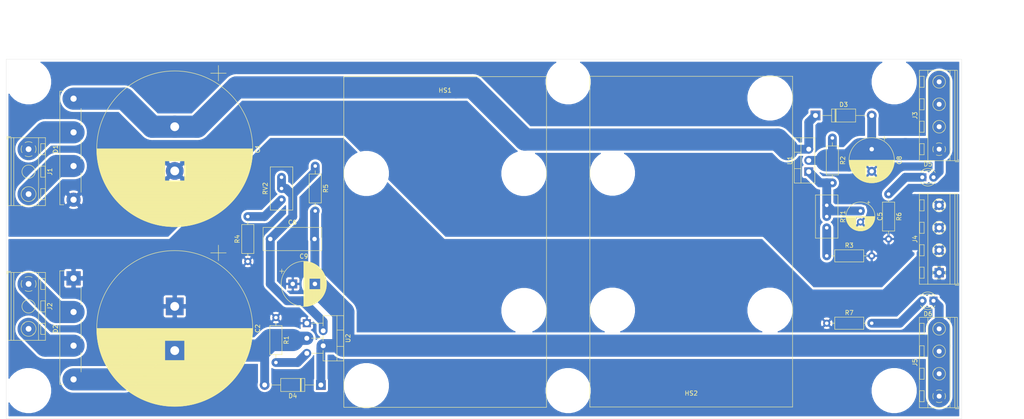
<source format=kicad_pcb>
(kicad_pcb (version 20171130) (host pcbnew "(5.1.5-0-10_14)")
  (layers (0 F.Cu signal) (31 B.Cu signal) (34 B.Paste user) (35 F.Paste user) (36 B.SilkS user) (37 F.SilkS user) (38 B.Mask user) (39 F.Mask user) (44 Edge.Cuts user))
  (net 0 "")
  (net 1 "Net-(C5-Pad1)")
  (net 2 -12V)
  (net 3 "Net-(C6-Pad1)")
  (net 4 +12V)
  (net 5 "Net-(D6-Pad2)")
  (net 6 "Net-(R1-Pad2)")
  (net 7 "Net-(R3-Pad1)")
  (net 8 "Net-(R4-Pad2)")
  (net 9 +GND)
  (net 10 -GND)
  (net 11 "Net-(D5-Pad1)")
  (net 12 AC1)
  (net 13 AC2)
  (net 14 AC3)
  (net 15 AC4)
  (net 16 VCC)
  (net 17 VEE)
  (module ER_PSU:Heatsink_Fischer_SK068_L75mm (layer F.Cu) (at 214.63 135.89 180)
    (fp_text reference HS2 (at 23 3.2) (layer F.SilkS))
    (fp_text value Heatsink)
    (pad "" np_thru_hole circle (at 40.8 53 180) (size 3.2 3.2) (drill 3.2) (layers *.Cu *.Mask) (clearance 3.5))
    (pad "" np_thru_hole circle (at 40.8 22 180) (size 3.2 3.2) (drill 3.2) (layers *.Cu *.Mask) (clearance 3.5))
    (pad "" np_thru_hole circle (at 5.2 70 180) (size 3.2 3.2) (drill 3.2) (layers *.Cu *.Mask) (clearance 3.5))
    (pad "" np_thru_hole circle (at 5.2 22 180) (size 3.2 3.2) (drill 3.2) (layers *.Cu *.Mask) (clearance 3.5))
  )
  (module ER_PSU:Heatsink_Fischer_SK068_L75mm (layer F.Cu) (at 113.03 60.96)
    (fp_text reference HS1 (at 23 3.2) (layer F.SilkS))
    (fp_text value Heatsink)
    (pad "" np_thru_hole circle (at 40.8 53) (size 3.2 3.2) (drill 3.2) (layers *.Cu *.Mask) (clearance 3.5))
    (pad "" np_thru_hole circle (at 40.8 22) (size 3.2 3.2) (drill 3.2) (layers *.Cu *.Mask) (clearance 3.5))
    (pad "" np_thru_hole circle (at 5.2 70) (size 3.2 3.2) (drill 3.2) (layers *.Cu *.Mask) (clearance 3.5))
    (pad "" np_thru_hole circle (at 5.2 22) (size 3.2 3.2) (drill 3.2) (layers *.Cu *.Mask) (clearance 3.5))
  )
  (module ER_PSU:MountingHole_3.2mm_M3 (layer F.Cu) (at 237.49 132.08)
    (fp_text reference H7 hide)
    (fp_text value MountingHole)
    (pad "" np_thru_hole circle (at 0 0) (size 3.2 3.2) (drill 3.2) (layers *.Cu *.Mask) (clearance 3.5))
  )
  (module ER_PSU:MountingHole_3.2mm_M3 (layer F.Cu) (at 237.49 62.23)
    (fp_text reference H6 hide)
    (fp_text value MountingHole)
    (pad "" np_thru_hole circle (at 0 0) (size 3.2 3.2) (drill 3.2) (layers *.Cu *.Mask) (clearance 3.5))
  )
  (module ER_PSU:MountingHole_3.2mm_M3 (layer F.Cu) (at 163.83 132.08)
    (fp_text reference H5 hide)
    (fp_text value MountingHole)
    (pad "" np_thru_hole circle (at 0 0) (size 3.2 3.2) (drill 3.2) (layers *.Cu *.Mask) (clearance 3.5))
  )
  (module ER_PSU:MountingHole_3.2mm_M3 (layer F.Cu) (at 163.83 62.23)
    (fp_text reference H4 hide)
    (fp_text value MountingHole)
    (pad "" np_thru_hole circle (at 0 0) (size 3.2 3.2) (drill 3.2) (layers *.Cu *.Mask) (clearance 3.5))
  )
  (module ER_PSU:MountingHole_3.2mm_M3 (layer F.Cu) (at 41.91 132.08)
    (fp_text reference H2 hide)
    (fp_text value MountingHole)
    (pad "" np_thru_hole circle (at 0 0) (size 3.2 3.2) (drill 3.2) (layers *.Cu *.Mask) (clearance 3.5))
  )
  (module ER_PSU:MountingHole_3.2mm_M3 (layer F.Cu) (at 41.91 62.23)
    (fp_text reference H1 hide)
    (fp_text value MountingHole)
    (pad "" np_thru_hole circle (at 0 0) (size 3.2 3.2) (drill 3.2) (layers *.Cu *.Mask) (clearance 3.5))
  )
  (module ER_PSU:NetTie-2_SMD_Pad12.7mm (layer B.Cu) (at 242.17 93.98)
    (fp_text reference NT1 hide)
    (fp_text value Net-Tie_2 hide)
    (pad 2 smd rect (at 0.4 0) (size 1 12.7) (layers B.Cu) (net 10 -GND))
    (pad 1 smd rect (at -0.4 0) (size 1 12.7) (layers B.Cu) (net 9 +GND))
  )
  (module Capacitor_THT:C_Rect_L13.0mm_W5.0mm_P10.00mm_FKS3_FKP3_MKS4 (layer F.Cu) (at 96.52 97.79)
    (fp_text reference C6 (at 5 -3.75) (layer F.SilkS))
    (fp_text value 47n)
    (pad 2 thru_hole circle (at 10 0) (size 2 2) (drill 1) (layers *.Cu *.Mask) (net 2 -12V))
    (pad 1 thru_hole circle (at 0 0) (size 2 2) (drill 1) (layers *.Cu *.Mask) (net 3 "Net-(C6-Pad1)"))
  )
  (module Capacitor_THT:CP_Radial_D6.3mm_P2.50mm (layer F.Cu) (at 229.87 91.44 270)
    (fp_text reference C5 (at 1.25 -4.4 90) (layer F.SilkS))
    (fp_text value 10u)
    (pad 2 thru_hole circle (at 2.5 0 270) (size 1.6 1.6) (drill 0.8) (layers *.Cu *.Mask) (net 9 +GND))
    (pad 1 thru_hole rect (at 0 0 270) (size 1.6 1.6) (drill 0.8) (layers *.Cu *.Mask) (net 1 "Net-(C5-Pad1)"))
  )
  (module Package_TO_SOT_THT:TO-220-5_P3.4x3.7mm_StaggerOdd_Lead3.8mm_Vertical (layer F.Cu) (at 104.775 116.84 270)
    (fp_text reference U2 (at 3.4 -9.32 90) (layer F.SilkS))
    (fp_text value LT1185)
    (pad 5 thru_hole oval (at 6.8 0 270) (size 1.8 1.8) (drill 1.1) (layers *.Cu *.Mask) (net 6 "Net-(R1-Pad2)"))
    (pad 4 thru_hole oval (at 5.1 -3.7 270) (size 1.8 1.8) (drill 1.1) (layers *.Cu *.Mask) (net 2 -12V))
    (pad 3 thru_hole oval (at 3.4 0 270) (size 1.8 1.8) (drill 1.1) (layers *.Cu *.Mask) (net 17 VEE))
    (pad 2 thru_hole oval (at 1.7 -3.7 270) (size 1.8 1.8) (drill 1.1) (layers *.Cu *.Mask) (net 3 "Net-(C6-Pad1)"))
    (pad 1 thru_hole rect (at 0 0 270) (size 1.8 1.8) (drill 1.1) (layers *.Cu *.Mask) (net 10 -GND))
  )
  (module Package_TO_SOT_THT:TO-220-3_Vertical (layer F.Cu) (at 218.186 82.55 90)
    (fp_text reference U1 (at 2.54 -4.27 90) (layer F.SilkS))
    (fp_text value LT1085-ADJ)
    (pad 3 thru_hole oval (at 5.08 0 90) (size 1.905 2) (drill 1.1) (layers *.Cu *.Mask) (net 16 VCC))
    (pad 2 thru_hole oval (at 2.54 0 90) (size 1.905 2) (drill 1.1) (layers *.Cu *.Mask) (net 4 +12V))
    (pad 1 thru_hole rect (at 0 0 90) (size 1.905 2) (drill 1.1) (layers *.Cu *.Mask) (net 1 "Net-(C5-Pad1)"))
  )
  (module Potentiometer_THT:Potentiometer_Bourns_3296W_Vertical (layer F.Cu) (at 99.06 83.82 90)
    (fp_text reference RV2 (at -2.54 -3.66 90) (layer F.SilkS))
    (fp_text value 1k)
    (pad 3 thru_hole circle (at -5.08 0 90) (size 1.44 1.44) (drill 0.8) (layers *.Cu *.Mask) (net 8 "Net-(R4-Pad2)"))
    (pad 2 thru_hole circle (at -2.54 0 90) (size 1.44 1.44) (drill 0.8) (layers *.Cu *.Mask) (net 3 "Net-(C6-Pad1)"))
    (pad 1 thru_hole circle (at 0 0 90) (size 1.44 1.44) (drill 0.8) (layers *.Cu *.Mask) (net 3 "Net-(C6-Pad1)"))
  )
  (module Potentiometer_THT:Potentiometer_Bourns_3296W_Vertical (layer F.Cu) (at 222.25 95.25 270)
    (fp_text reference RV1 (at -2.54 -3.66 90) (layer F.SilkS))
    (fp_text value 1k)
    (pad 3 thru_hole circle (at -5.08 0 270) (size 1.44 1.44) (drill 0.8) (layers *.Cu *.Mask) (net 1 "Net-(C5-Pad1)"))
    (pad 2 thru_hole circle (at -2.54 0 270) (size 1.44 1.44) (drill 0.8) (layers *.Cu *.Mask) (net 1 "Net-(C5-Pad1)"))
    (pad 1 thru_hole circle (at 0 0 270) (size 1.44 1.44) (drill 0.8) (layers *.Cu *.Mask) (net 7 "Net-(R3-Pad1)"))
  )
  (module Resistor_THT:R_Axial_DIN0207_L6.3mm_D2.5mm_P10.16mm_Horizontal (layer F.Cu) (at 222.25 116.84)
    (fp_text reference R7 (at 5.08 -2.37) (layer F.SilkS))
    (fp_text value 2k)
    (pad 2 thru_hole oval (at 10.16 0) (size 1.6 1.6) (drill 0.8) (layers *.Cu *.Mask) (net 5 "Net-(D6-Pad2)"))
    (pad 1 thru_hole circle (at 0 0) (size 1.6 1.6) (drill 0.8) (layers *.Cu *.Mask) (net 10 -GND))
  )
  (module Resistor_THT:R_Axial_DIN0207_L6.3mm_D2.5mm_P10.16mm_Horizontal (layer F.Cu) (at 236.22 87.63 270)
    (fp_text reference R6 (at 5.08 -2.37 90) (layer F.SilkS))
    (fp_text value 2k)
    (pad 2 thru_hole oval (at 10.16 0 270) (size 1.6 1.6) (drill 0.8) (layers *.Cu *.Mask) (net 9 +GND))
    (pad 1 thru_hole circle (at 0 0 270) (size 1.6 1.6) (drill 0.8) (layers *.Cu *.Mask) (net 11 "Net-(D5-Pad1)"))
  )
  (module Resistor_THT:R_Axial_DIN0207_L6.3mm_D2.5mm_P10.16mm_Horizontal (layer F.Cu) (at 106.68 81.28 270)
    (fp_text reference R5 (at 5.08 -2.37 90) (layer F.SilkS))
    (fp_text value 10k)
    (pad 2 thru_hole oval (at 10.16 0 270) (size 1.6 1.6) (drill 0.8) (layers *.Cu *.Mask) (net 2 -12V))
    (pad 1 thru_hole circle (at 0 0 270) (size 1.6 1.6) (drill 0.8) (layers *.Cu *.Mask) (net 3 "Net-(C6-Pad1)"))
  )
  (module Resistor_THT:R_Axial_DIN0207_L6.3mm_D2.5mm_P10.16mm_Horizontal (layer F.Cu) (at 91.44 102.87 90)
    (fp_text reference R4 (at 5.08 -2.37 90) (layer F.SilkS))
    (fp_text value 1.8k)
    (pad 2 thru_hole oval (at 10.16 0 90) (size 1.6 1.6) (drill 0.8) (layers *.Cu *.Mask) (net 8 "Net-(R4-Pad2)"))
    (pad 1 thru_hole circle (at 0 0 90) (size 1.6 1.6) (drill 0.8) (layers *.Cu *.Mask) (net 10 -GND))
  )
  (module Resistor_THT:R_Axial_DIN0207_L6.3mm_D2.5mm_P10.16mm_Horizontal (layer F.Cu) (at 222.25 101.6)
    (fp_text reference R3 (at 5.08 -2.37) (layer F.SilkS))
    (fp_text value 1.8k)
    (pad 2 thru_hole oval (at 10.16 0) (size 1.6 1.6) (drill 0.8) (layers *.Cu *.Mask) (net 9 +GND))
    (pad 1 thru_hole circle (at 0 0) (size 1.6 1.6) (drill 0.8) (layers *.Cu *.Mask) (net 7 "Net-(R3-Pad1)"))
  )
  (module Resistor_THT:R_Axial_DIN0207_L6.3mm_D2.5mm_P10.16mm_Horizontal (layer F.Cu) (at 223.52 74.93 270)
    (fp_text reference R2 (at 5.08 -2.37 90) (layer F.SilkS))
    (fp_text value 240)
    (pad 2 thru_hole oval (at 10.16 0 270) (size 1.6 1.6) (drill 0.8) (layers *.Cu *.Mask) (net 1 "Net-(C5-Pad1)"))
    (pad 1 thru_hole circle (at 0 0 270) (size 1.6 1.6) (drill 0.8) (layers *.Cu *.Mask) (net 4 +12V))
  )
  (module Resistor_THT:R_Axial_DIN0207_L6.3mm_D2.5mm_P10.16mm_Horizontal (layer F.Cu) (at 97.79 115.57 270)
    (fp_text reference R1 (at 5.08 -2.37 90) (layer F.SilkS))
    (fp_text value 4.3k)
    (pad 2 thru_hole oval (at 10.16 0 270) (size 1.6 1.6) (drill 0.8) (layers *.Cu *.Mask) (net 6 "Net-(R1-Pad2)"))
    (pad 1 thru_hole circle (at 0 0 270) (size 1.6 1.6) (drill 0.8) (layers *.Cu *.Mask) (net 10 -GND))
  )
  (module TerminalBlock_RND:TerminalBlock_RND_205-00234_1x04_P5.08mm_Horizontal (layer F.Cu) (at 247.65 133.35 90)
    (fp_text reference J5 (at 7.62 -5.46 90) (layer F.SilkS))
    (fp_text value Screw_Terminal_01x04)
    (pad 4 thru_hole circle (at 15.24 0 90) (size 2.1 2.1) (drill 1.1) (layers *.Cu *.Mask) (net 2 -12V))
    (pad 3 thru_hole circle (at 10.16 0 90) (size 2.1 2.1) (drill 1.1) (layers *.Cu *.Mask) (net 2 -12V))
    (pad 2 thru_hole circle (at 5.08 0 90) (size 2.1 2.1) (drill 1.1) (layers *.Cu *.Mask) (net 2 -12V))
    (pad 1 thru_hole rect (at 0 0 90) (size 2.1 2.1) (drill 1.1) (layers *.Cu *.Mask) (net 2 -12V))
  )
  (module TerminalBlock_RND:TerminalBlock_RND_205-00234_1x04_P5.08mm_Horizontal (layer F.Cu) (at 247.65 105.41 90)
    (fp_text reference J4 (at 7.62 -5.46 90) (layer F.SilkS))
    (fp_text value Screw_Terminal_01x04)
    (pad 4 thru_hole circle (at 15.24 0 90) (size 2.1 2.1) (drill 1.1) (layers *.Cu *.Mask) (net 10 -GND))
    (pad 3 thru_hole circle (at 10.16 0 90) (size 2.1 2.1) (drill 1.1) (layers *.Cu *.Mask) (net 10 -GND))
    (pad 2 thru_hole circle (at 5.08 0 90) (size 2.1 2.1) (drill 1.1) (layers *.Cu *.Mask) (net 10 -GND))
    (pad 1 thru_hole rect (at 0 0 90) (size 2.1 2.1) (drill 1.1) (layers *.Cu *.Mask) (net 10 -GND))
  )
  (module TerminalBlock_RND:TerminalBlock_RND_205-00234_1x04_P5.08mm_Horizontal (layer F.Cu) (at 247.65 77.47 90)
    (fp_text reference J3 (at 7.62 -5.46 90) (layer F.SilkS))
    (fp_text value Screw_Terminal_01x04)
    (pad 4 thru_hole circle (at 15.24 0 90) (size 2.1 2.1) (drill 1.1) (layers *.Cu *.Mask) (net 4 +12V))
    (pad 3 thru_hole circle (at 10.16 0 90) (size 2.1 2.1) (drill 1.1) (layers *.Cu *.Mask) (net 4 +12V))
    (pad 2 thru_hole circle (at 5.08 0 90) (size 2.1 2.1) (drill 1.1) (layers *.Cu *.Mask) (net 4 +12V))
    (pad 1 thru_hole rect (at 0 0 90) (size 2.1 2.1) (drill 1.1) (layers *.Cu *.Mask) (net 4 +12V))
  )
  (module TerminalBlock_RND:TerminalBlock_RND_205-00241_1x02_P10.16mm_Horizontal (layer F.Cu) (at 41.91 107.95 270)
    (fp_text reference J2 (at 5.08 -4.81 90) (layer F.SilkS))
    (fp_text value Screw_Terminal_01x02)
    (pad 2 thru_hole circle (at 10.16 0 270) (size 2.5 2.5) (drill 1.3) (layers *.Cu *.Mask) (net 15 AC4))
    (pad 1 thru_hole rect (at 0 0 270) (size 2.5 2.5) (drill 1.3) (layers *.Cu *.Mask) (net 14 AC3))
  )
  (module TerminalBlock_RND:TerminalBlock_RND_205-00241_1x02_P10.16mm_Horizontal (layer F.Cu) (at 41.91 77.47 270)
    (fp_text reference J1 (at 5.08 -4.81 90) (layer F.SilkS))
    (fp_text value Screw_Terminal_01x02)
    (pad 2 thru_hole circle (at 10.16 0 270) (size 2.5 2.5) (drill 1.3) (layers *.Cu *.Mask) (net 13 AC2))
    (pad 1 thru_hole rect (at 0 0 270) (size 2.5 2.5) (drill 1.3) (layers *.Cu *.Mask) (net 12 AC1))
  )
  (module LED_THT:LED_D3.0mm (layer F.Cu) (at 246.38 111.76 180)
    (fp_text reference D6 (at 1.27 -2.96) (layer F.SilkS))
    (fp_text value LED)
    (pad 2 thru_hole circle (at 2.54 0 180) (size 1.8 1.8) (drill 0.9) (layers *.Cu *.Mask) (net 5 "Net-(D6-Pad2)"))
    (pad 1 thru_hole rect (at 0 0 180) (size 1.8 1.8) (drill 0.9) (layers *.Cu *.Mask) (net 2 -12V))
  )
  (module LED_THT:LED_D3.0mm (layer F.Cu) (at 243.84 83.82)
    (fp_text reference D5 (at 1.27 -2.96) (layer F.SilkS))
    (fp_text value LED)
    (pad 2 thru_hole circle (at 2.54 0) (size 1.8 1.8) (drill 0.9) (layers *.Cu *.Mask) (net 4 +12V))
    (pad 1 thru_hole rect (at 0 0) (size 1.8 1.8) (drill 0.9) (layers *.Cu *.Mask) (net 11 "Net-(D5-Pad1)"))
  )
  (module Diode_THT:D_DO-41_SOD81_P12.70mm_Horizontal (layer F.Cu) (at 107.95 130.81 180)
    (fp_text reference D4 (at 6.35 -2.47) (layer F.SilkS))
    (fp_text value 1N4007)
    (pad 2 thru_hole oval (at 12.7 0 180) (size 2.2 2.2) (drill 1.1) (layers *.Cu *.Mask) (net 17 VEE))
    (pad 1 thru_hole rect (at 0 0 180) (size 2.2 2.2) (drill 1.1) (layers *.Cu *.Mask) (net 2 -12V))
  )
  (module Diode_THT:D_DO-41_SOD81_P12.70mm_Horizontal (layer F.Cu) (at 219.71 69.85)
    (fp_text reference D3 (at 6.35 -2.47) (layer F.SilkS))
    (fp_text value 1N4007)
    (pad 2 thru_hole oval (at 12.7 0) (size 2.2 2.2) (drill 1.1) (layers *.Cu *.Mask) (net 4 +12V))
    (pad 1 thru_hole rect (at 0 0) (size 2.2 2.2) (drill 1.1) (layers *.Cu *.Mask) (net 16 VCC))
  )
  (module ER_PSU:Diode_Bridge_25.0x4.6x15mm_P7.62mm (layer F.Cu) (at 52.07 106.68 270)
    (fp_text reference D2 (at 11.43 4.064 270) (layer F.SilkS))
    (fp_text value GBJ8J)
    (pad 1 thru_hole rect (at 0 0 270) (size 3.2 3.2) (drill 1.4) (layers *.Cu *.Mask) (net 10 -GND))
    (pad 2 thru_hole circle (at 7.62 0 270) (size 3.2 3.2) (drill 1.4) (layers *.Cu *.Mask) (net 14 AC3))
    (pad 3 thru_hole circle (at 15.24 0 270) (size 3.2 3.2) (drill 1.4) (layers *.Cu *.Mask) (net 15 AC4))
    (pad 4 thru_hole circle (at 22.86 0 270) (size 3.2 3.2) (drill 1.4) (layers *.Cu *.Mask) (net 17 VEE))
  )
  (module ER_PSU:Diode_Bridge_25.0x4.6x15mm_P7.62mm (layer F.Cu) (at 52.07 66.04 270)
    (fp_text reference D1 (at 11.43 4.064 270) (layer F.SilkS))
    (fp_text value GBJ8J)
    (pad 1 thru_hole rect (at 0 0 270) (size 3.2 3.2) (drill 1.4) (layers *.Cu *.Mask) (net 16 VCC))
    (pad 2 thru_hole circle (at 7.62 0 270) (size 3.2 3.2) (drill 1.4) (layers *.Cu *.Mask) (net 12 AC1))
    (pad 3 thru_hole circle (at 15.24 0 270) (size 3.2 3.2) (drill 1.4) (layers *.Cu *.Mask) (net 13 AC2))
    (pad 4 thru_hole circle (at 22.86 0 270) (size 3.2 3.2) (drill 1.4) (layers *.Cu *.Mask) (net 9 +GND))
  )
  (module Capacitor_THT:CP_Radial_D10.0mm_P5.00mm (layer F.Cu) (at 101.6 107.95)
    (fp_text reference C9 (at 2.5 -6.25) (layer F.SilkS))
    (fp_text value 150u)
    (pad 2 thru_hole circle (at 5 0) (size 2 2) (drill 1) (layers *.Cu *.Mask) (net 2 -12V))
    (pad 1 thru_hole rect (at 0 0) (size 2 2) (drill 1) (layers *.Cu *.Mask) (net 10 -GND))
  )
  (module Capacitor_THT:CP_Radial_D10.0mm_P5.00mm (layer F.Cu) (at 232.41 77.47 270)
    (fp_text reference C8 (at 2.5 -6.25 90) (layer F.SilkS))
    (fp_text value 150u)
    (pad 2 thru_hole circle (at 5 0 270) (size 2 2) (drill 1) (layers *.Cu *.Mask) (net 9 +GND))
    (pad 1 thru_hole rect (at 0 0 270) (size 2 2) (drill 1) (layers *.Cu *.Mask) (net 4 +12V))
  )
  (module Capacitor_THT:CP_Radial_D35.0mm_P10.00mm_SnapIn (layer F.Cu) (at 74.93 113.03 270)
    (fp_text reference C2 (at 5 -18.75 90) (layer F.SilkS))
    (fp_text value 22000u)
    (pad 2 thru_hole circle (at 10 0 270) (size 4 4) (drill 2) (layers *.Cu *.Mask) (net 17 VEE))
    (pad 1 thru_hole rect (at 0 0 270) (size 4 4) (drill 2) (layers *.Cu *.Mask) (net 10 -GND))
  )
  (module Capacitor_THT:CP_Radial_D35.0mm_P10.00mm_SnapIn (layer F.Cu) (at 74.93 72.39 270)
    (fp_text reference C1 (at 5 -18.75 90) (layer F.SilkS))
    (fp_text value 22000u)
    (pad 2 thru_hole circle (at 10 0 270) (size 4 4) (drill 2) (layers *.Cu *.Mask) (net 9 +GND))
    (pad 1 thru_hole rect (at 0 0 270) (size 4 4) (drill 2) (layers *.Cu *.Mask) (net 16 VCC))
  )
  (gr_line (start 36.83 138.43) (end 36.83 57.15) (layer Edge.Cuts) (width 0.05))
  (gr_line (start 252.73 138.43) (end 36.83 138.43) (layer Edge.Cuts) (width 0.05))
  (gr_line (start 252.73 57.15) (end 252.73 138.43) (layer Edge.Cuts) (width 0.05))
  (gr_line (start 36.83 57.15) (end 252.73 57.15) (layer Edge.Cuts) (width 0.05))
  (segment (start 218.186 82.55) (end 220.726 85.09) (width 2) (layer B.Cu) (net 1))
  (segment (start 222.25 92.71) (end 222.25 85.09) (width 2) (layer B.Cu) (net 1))
  (segment (start 222.25 85.09) (end 223.52 85.09) (width 2) (layer B.Cu) (net 1))
  (segment (start 220.726 85.09) (end 222.25 85.09) (width 2) (layer B.Cu) (net 1))
  (segment (start 223.52 91.44) (end 222.25 90.17) (width 2) (layer B.Cu) (net 1))
  (segment (start 229.87 91.44) (end 223.52 91.44) (width 2) (layer B.Cu) (net 1))
  (segment (start 247.65 133.35) (end 247.65 118.11) (width 5) (layer B.Cu) (net 2))
  (segment (start 106.6 97.87) (end 106.52 97.79) (width 2) (layer B.Cu) (net 2))
  (segment (start 106.6 107.95) (end 106.6 97.87) (width 2) (layer B.Cu) (net 2))
  (segment (start 106.52 91.6) (end 106.68 91.44) (width 2) (layer B.Cu) (net 2))
  (segment (start 106.52 97.79) (end 106.52 91.6) (width 2) (layer B.Cu) (net 2))
  (segment (start 107.95 122.465) (end 108.475 121.94) (width 2) (layer B.Cu) (net 2))
  (segment (start 107.95 130.81) (end 107.95 122.465) (width 2) (layer B.Cu) (net 2))
  (segment (start 247.65 113.03) (end 246.38 111.76) (width 2) (layer B.Cu) (net 2))
  (segment (start 247.65 118.11) (end 247.65 113.03) (width 2) (layer B.Cu) (net 2))
  (segment (start 106.6 107.95) (end 113.03 114.38) (width 5) (layer B.Cu) (net 2))
  (segment (start 113.03 121.92) (end 247.65 121.92) (width 5) (layer B.Cu) (net 2))
  (segment (start 113.03 114.38) (end 113.03 121.92) (width 5) (layer B.Cu) (net 2))
  (segment (start 113.01 121.94) (end 113.03 121.92) (width 3) (layer B.Cu) (net 2))
  (segment (start 108.475 121.94) (end 113.01 121.94) (width 3) (layer B.Cu) (net 2))
  (segment (start 99.06 86.36) (end 99.06 83.82) (width 2) (layer B.Cu) (net 3))
  (segment (start 108.475 116.489998) (end 103.745002 111.76) (width 2) (layer B.Cu) (net 3))
  (segment (start 108.475 118.54) (end 108.475 116.489998) (width 2) (layer B.Cu) (net 3))
  (segment (start 103.745002 111.76) (end 100.33 111.76) (width 2) (layer B.Cu) (net 3))
  (segment (start 96.52 107.95) (end 96.52 97.79) (width 2) (layer B.Cu) (net 3))
  (segment (start 100.33 111.76) (end 96.52 107.95) (width 2) (layer B.Cu) (net 3))
  (segment (start 96.52 97.79) (end 101.6 92.71) (width 2) (layer B.Cu) (net 3))
  (segment (start 101.6 87.881767) (end 100.078233 86.36) (width 2) (layer B.Cu) (net 3))
  (segment (start 100.078233 86.36) (end 99.06 86.36) (width 2) (layer B.Cu) (net 3))
  (segment (start 106.68 82.55) (end 101.6 87.63) (width 2) (layer B.Cu) (net 3))
  (segment (start 106.68 81.28) (end 106.68 82.55) (width 2) (layer B.Cu) (net 3))
  (segment (start 101.6 87.63) (end 101.6 87.881767) (width 2) (layer B.Cu) (net 3))
  (segment (start 101.6 92.71) (end 101.6 87.63) (width 2) (layer B.Cu) (net 3))
  (segment (start 232.41 77.47) (end 229.87 77.47) (width 5) (layer B.Cu) (net 4))
  (segment (start 229.87 77.47) (end 227.33 80.01) (width 5) (layer B.Cu) (net 4))
  (segment (start 227.33 80.01) (end 222.186001 80.01) (width 5) (layer B.Cu) (net 4))
  (segment (start 218.186 80.01) (end 222.186001 80.01) (width 2) (layer B.Cu) (net 4))
  (segment (start 240.03 77.47) (end 232.41 77.47) (width 5) (layer B.Cu) (net 4))
  (segment (start 240.03 77.47) (end 247.65 77.47) (width 5) (layer B.Cu) (net 4))
  (segment (start 247.65 77.47) (end 247.65 62.23) (width 5) (layer B.Cu) (net 4))
  (segment (start 247.65 82.55) (end 246.38 83.82) (width 2) (layer B.Cu) (net 4))
  (segment (start 247.65 77.47) (end 247.65 82.55) (width 2) (layer B.Cu) (net 4))
  (segment (start 223.52 78.676001) (end 222.186001 80.01) (width 2) (layer B.Cu) (net 4))
  (segment (start 223.52 74.93) (end 223.52 78.676001) (width 2) (layer B.Cu) (net 4))
  (segment (start 232.41 69.85) (end 232.41 77.47) (width 2) (layer B.Cu) (net 4))
  (segment (start 238.76 116.84) (end 243.84 111.76) (width 2) (layer B.Cu) (net 5))
  (segment (start 232.41 116.84) (end 238.76 116.84) (width 2) (layer B.Cu) (net 5))
  (segment (start 102.685 125.73) (end 104.775 123.64) (width 2) (layer B.Cu) (net 6))
  (segment (start 97.79 125.73) (end 102.685 125.73) (width 2) (layer B.Cu) (net 6))
  (segment (start 222.25 101.6) (end 222.25 95.25) (width 2) (layer B.Cu) (net 7))
  (segment (start 95.219991 92.71) (end 99.029991 88.9) (width 2) (layer B.Cu) (net 8))
  (segment (start 91.44 92.71) (end 95.219991 92.71) (width 2) (layer B.Cu) (net 8))
  (segment (start 240.03 83.82) (end 243.84 83.82) (width 2) (layer B.Cu) (net 11))
  (segment (start 236.22 87.63) (end 240.03 83.82) (width 2) (layer B.Cu) (net 11))
  (segment (start 45.72 73.66) (end 41.91 77.47) (width 5) (layer B.Cu) (net 12))
  (segment (start 52.07 73.66) (end 45.72 73.66) (width 5) (layer B.Cu) (net 12))
  (segment (start 48.26 81.28) (end 41.91 87.63) (width 5) (layer B.Cu) (net 13))
  (segment (start 52.07 81.28) (end 48.26 81.28) (width 5) (layer B.Cu) (net 13))
  (segment (start 48.26 114.3) (end 41.91 107.95) (width 5) (layer B.Cu) (net 14))
  (segment (start 52.07 114.3) (end 48.26 114.3) (width 5) (layer B.Cu) (net 14))
  (segment (start 45.72 121.92) (end 41.91 118.11) (width 5) (layer B.Cu) (net 15))
  (segment (start 52.07 121.92) (end 45.72 121.92) (width 5) (layer B.Cu) (net 15))
  (segment (start 69.85 72.39) (end 74.93 72.39) (width 5) (layer B.Cu) (net 16))
  (segment (start 63.5 66.04) (end 69.85 72.39) (width 5) (layer B.Cu) (net 16))
  (segment (start 52.07 66.04) (end 63.5 66.04) (width 5) (layer B.Cu) (net 16))
  (segment (start 218.186 71.374) (end 219.71 69.85) (width 2) (layer B.Cu) (net 16))
  (segment (start 218.186 77.47) (end 218.186 71.374) (width 2) (layer B.Cu) (net 16))
  (segment (start 88.9 63.5) (end 138.43 63.5) (width 5) (layer B.Cu) (net 16))
  (segment (start 80.01 72.39) (end 88.9 63.5) (width 5) (layer B.Cu) (net 16))
  (segment (start 74.93 72.39) (end 80.01 72.39) (width 5) (layer B.Cu) (net 16))
  (segment (start 154.029999 75.289999) (end 211.179999 75.289999) (width 5) (layer B.Cu) (net 16))
  (segment (start 142.24 63.5) (end 154.029999 75.289999) (width 5) (layer B.Cu) (net 16))
  (segment (start 138.43 63.5) (end 142.24 63.5) (width 5) (layer B.Cu) (net 16))
  (segment (start 211.179999 75.289999) (end 213.36 77.47) (width 5) (layer B.Cu) (net 16))
  (segment (start 218.186 77.47) (end 213.36 77.47) (width 2) (layer B.Cu) (net 16))
  (segment (start 94.14 123.03) (end 96.52 120.65) (width 5) (layer B.Cu) (net 17))
  (segment (start 96.52 120.65) (end 101.6 120.65) (width 5) (layer B.Cu) (net 17))
  (segment (start 102.01 120.24) (end 101.6 120.65) (width 3) (layer B.Cu) (net 17))
  (segment (start 104.775 120.24) (end 102.01 120.24) (width 3) (layer B.Cu) (net 17))
  (segment (start 74.93 123.03) (end 94.14 123.03) (width 5) (layer B.Cu) (net 17))
  (segment (start 74.93 123.03) (end 70.01 123.03) (width 5) (layer B.Cu) (net 17))
  (segment (start 63.5 129.54) (end 70.01 123.03) (width 5) (layer B.Cu) (net 17))
  (segment (start 52.07 129.54) (end 63.5 129.54) (width 5) (layer B.Cu) (net 17))
  (segment (start 95.25 124.14) (end 94.14 123.03) (width 2) (layer B.Cu) (net 17))
  (segment (start 95.25 130.81) (end 95.25 124.14) (width 2) (layer B.Cu) (net 17))
  (zone (net 9) (net_name +GND) (layer B.Cu) (connect_pads (clearance 0.508)) (min_thickness 0.254) (fill yes (arc_segments 32) (thermal_gap 0.508) (thermal_bridge_width 0.508))
    (polygon (pts (xy 252.73 138.43) (xy 36.83 138.43) (xy 36.83 57.15) (xy 252.73 57.15)))
  )
  (zone (net 10) (net_name -GND) (layer B.Cu) (priority 1) (connect_pads (clearance 0.508)) (min_thickness 0.254) (fill yes (arc_segments 32) (thermal_gap 0.508) (thermal_bridge_width 0.508))
    (polygon (pts (xy 135.89 97.79) (xy 207.645 97.79) (xy 219.075 109.22) (xy 234.95 109.22) (xy 242.57 101.6) (xy 242.57 87.63) (xy 252.73 87.63) (xy 252.73 138.43) (xy 36.83 138.43) (xy 36.83 97.79) (xy 73.66 97.79) (xy 96.52 74.93) (xy 113.03 74.93)))
  )
)
</source>
